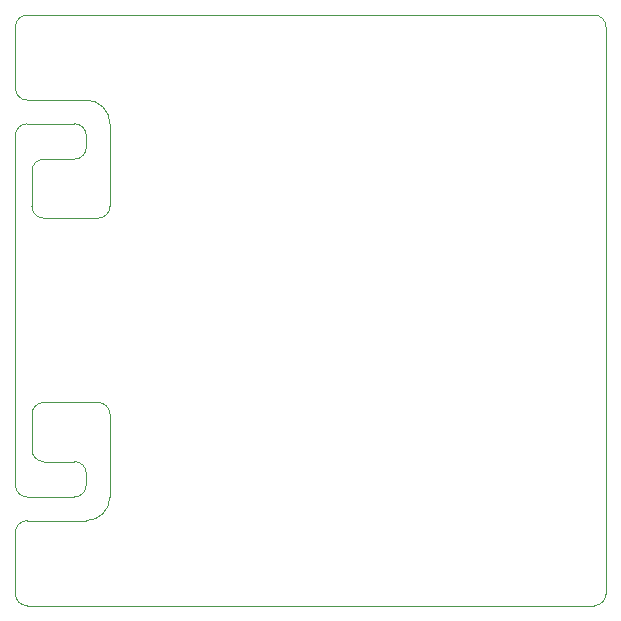
<source format=gm1>
G04 #@! TF.GenerationSoftware,KiCad,Pcbnew,7.0.10*
G04 #@! TF.CreationDate,2024-01-03T21:58:02+01:00*
G04 #@! TF.ProjectId,fosmometer,666f736d-6f6d-4657-9465-722e6b696361,rev?*
G04 #@! TF.SameCoordinates,Original*
G04 #@! TF.FileFunction,Profile,NP*
%FSLAX46Y46*%
G04 Gerber Fmt 4.6, Leading zero omitted, Abs format (unit mm)*
G04 Created by KiCad (PCBNEW 7.0.10) date 2024-01-03 21:58:02*
%MOMM*%
%LPD*%
G01*
G04 APERTURE LIST*
G04 #@! TA.AperFunction,Profile*
%ADD10C,0.100000*%
G04 #@! TD*
G04 APERTURE END LIST*
D10*
X107000000Y-142200000D02*
G75*
G03*
X108000000Y-141200000I0J1000000D01*
G01*
X108000000Y-158800000D02*
G75*
G03*
X107000000Y-157800000I-1000000J0D01*
G01*
X101400000Y-158800000D02*
X101400000Y-161800000D01*
X101400000Y-161800000D02*
G75*
G03*
X102400000Y-162800000I1000000J0D01*
G01*
X102400000Y-157800000D02*
G75*
G03*
X101400000Y-158800000I0J-1000000D01*
G01*
X101400000Y-138200000D02*
X101400000Y-141200000D01*
X101400000Y-141200000D02*
G75*
G03*
X102400000Y-142200000I1000000J0D01*
G01*
X102400000Y-137200000D02*
G75*
G03*
X101400000Y-138200000I0J-1000000D01*
G01*
X107000000Y-157800000D02*
X102400000Y-157800000D01*
X108000000Y-165800000D02*
X108000000Y-158800000D01*
X107000000Y-142200000D02*
X102400000Y-142200000D01*
X108000000Y-134200000D02*
X108000000Y-141200000D01*
X106000000Y-136200000D02*
X106000000Y-135200000D01*
X106000000Y-164800000D02*
X106000000Y-163800000D01*
X106000000Y-163800000D02*
G75*
G03*
X105000000Y-162800000I-1000000J0D01*
G01*
X102400000Y-162800000D02*
X105000000Y-162800000D01*
X102400000Y-137200000D02*
X105000000Y-137200000D01*
X105000000Y-137200000D02*
G75*
G03*
X106000000Y-136200000I0J1000000D01*
G01*
X101000000Y-167800000D02*
X106000000Y-167800000D01*
X106000000Y-167800000D02*
G75*
G03*
X108000000Y-165800000I0J2000000D01*
G01*
X100000000Y-164800000D02*
G75*
G03*
X101000000Y-165800000I1000000J0D01*
G01*
X105000000Y-165800000D02*
G75*
G03*
X106000000Y-164800000I0J1000000D01*
G01*
X101000000Y-165800000D02*
X105000000Y-165800000D01*
X100000000Y-135200000D02*
X100000000Y-164800000D01*
X106000000Y-135200000D02*
G75*
G03*
X105000000Y-134200000I-1000000J0D01*
G01*
X101000000Y-134200000D02*
X105000000Y-134200000D01*
X101000000Y-134200000D02*
G75*
G03*
X100000000Y-135200000I0J-1000000D01*
G01*
X108000000Y-134200000D02*
G75*
G03*
X106000000Y-132200000I-2000000J0D01*
G01*
X100000000Y-126000000D02*
X100000000Y-131200000D01*
X101000000Y-132200000D02*
X106000000Y-132200000D01*
X100000000Y-131200000D02*
G75*
G03*
X101000000Y-132200000I1000000J0D01*
G01*
X101000000Y-167800000D02*
G75*
G03*
X100000000Y-168800000I0J-1000000D01*
G01*
X150000000Y-126000000D02*
G75*
G03*
X149000000Y-125000000I-1000000J0D01*
G01*
X101000000Y-125000000D02*
G75*
G03*
X100000000Y-126000000I0J-1000000D01*
G01*
X100000000Y-168800000D02*
X100000000Y-174000000D01*
X100000000Y-174000000D02*
G75*
G03*
X101000000Y-175000000I1000000J0D01*
G01*
X101000000Y-175000000D02*
X149000000Y-175000000D01*
X149000000Y-125000000D02*
X101000000Y-125000000D01*
X150000000Y-174000000D02*
X150000000Y-126000000D01*
X149000000Y-175000000D02*
G75*
G03*
X150000000Y-174000000I0J1000000D01*
G01*
M02*

</source>
